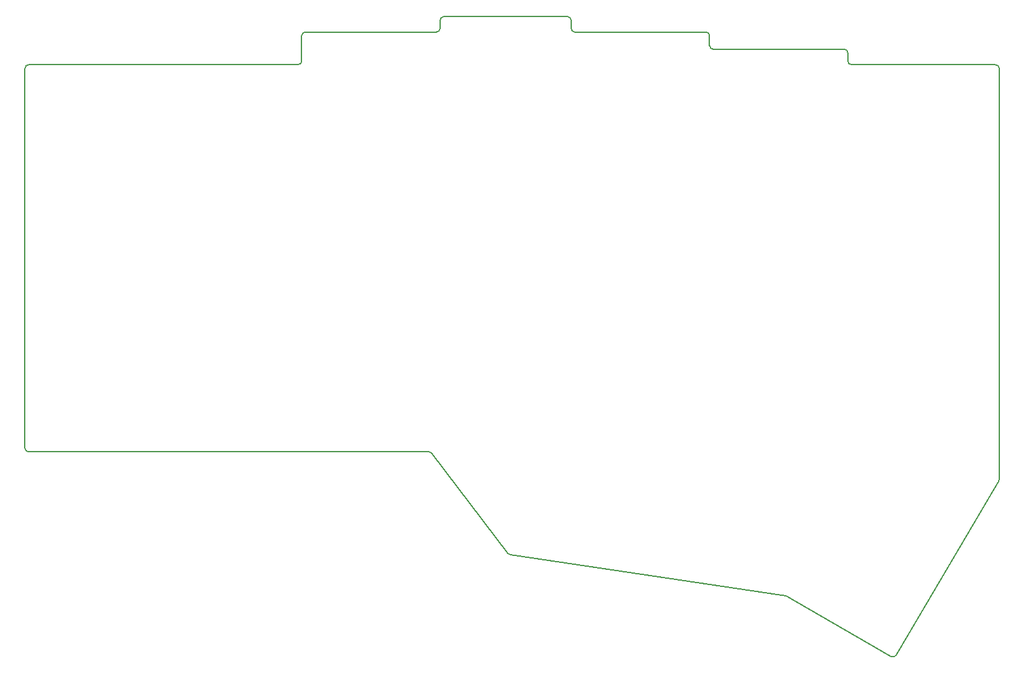
<source format=gm1>
G04 #@! TF.GenerationSoftware,KiCad,Pcbnew,8.0.8+1*
G04 #@! TF.CreationDate,2025-07-09T06:01:49+00:00*
G04 #@! TF.ProjectId,corney_island_wireless,636f726e-6579-45f6-9973-6c616e645f77,0.2*
G04 #@! TF.SameCoordinates,Original*
G04 #@! TF.FileFunction,Profile,NP*
%FSLAX46Y46*%
G04 Gerber Fmt 4.6, Leading zero omitted, Abs format (unit mm)*
G04 Created by KiCad (PCBNEW 8.0.8+1) date 2025-07-09 06:01:49*
%MOMM*%
%LPD*%
G01*
G04 APERTURE LIST*
G04 #@! TA.AperFunction,Profile*
%ADD10C,0.150000*%
G04 #@! TD*
G04 APERTURE END LIST*
D10*
X91316981Y-108012450D02*
X91315019Y-57202506D01*
X91815006Y-56702486D02*
X127815014Y-56701514D01*
X128315000Y-56201514D02*
X128315000Y-52827500D01*
X128815000Y-52327500D02*
X146315000Y-52327500D01*
X146815000Y-51827500D02*
X146815000Y-50752500D01*
X147315000Y-50252500D02*
X163843000Y-50252500D01*
X164343000Y-50752500D02*
X164343000Y-51827500D01*
X164843000Y-52327500D02*
X182343000Y-52327500D01*
X182843000Y-52827500D02*
X182843000Y-54123122D01*
X183342878Y-54623122D02*
X200837063Y-54627377D01*
X201336905Y-55133401D02*
X201324097Y-56196476D01*
X221253000Y-112909096D02*
X207799933Y-135723804D01*
X207119235Y-135902849D02*
X193184927Y-127857872D01*
X193008466Y-127796322D02*
X156246981Y-122330034D01*
X155921790Y-122137157D02*
X145757574Y-108703349D01*
X145358774Y-108505034D02*
X91817050Y-108512431D01*
X201824060Y-56702500D02*
X221068000Y-56702500D01*
X221568000Y-57202500D02*
X221568000Y-112229525D01*
X221501013Y-112479525D02*
X221253000Y-112909096D01*
X91315019Y-57202506D02*
G75*
G02*
X91815006Y-56702519I499981J6D01*
G01*
X128315000Y-56201514D02*
G75*
G02*
X127815013Y-56701500I-500000J14D01*
G01*
X128315000Y-52827500D02*
G75*
G02*
X128815000Y-52327500I500000J0D01*
G01*
X146815000Y-51827500D02*
G75*
G02*
X146315000Y-52327500I-500000J0D01*
G01*
X146815000Y-50752500D02*
G75*
G02*
X147315000Y-50252500I500000J0D01*
G01*
X163843000Y-50252500D02*
G75*
G02*
X164343000Y-50752500I0J-500000D01*
G01*
X164843000Y-52327500D02*
G75*
G02*
X164343000Y-51827500I0J500000D01*
G01*
X182343000Y-52327500D02*
G75*
G02*
X182843000Y-52827500I0J-500000D01*
G01*
X183342878Y-54623122D02*
G75*
G02*
X182842978Y-54123122I122J500022D01*
G01*
X200837063Y-54627377D02*
G75*
G02*
X201336887Y-55133401I-163J-500023D01*
G01*
X201824060Y-56702500D02*
G75*
G02*
X201324136Y-56196476I40J500000D01*
G01*
X221068000Y-56702500D02*
G75*
G02*
X221568000Y-57202500I0J-500000D01*
G01*
X221568000Y-112229525D02*
G75*
G02*
X221501002Y-112479519I-500000J25D01*
G01*
X207799933Y-135723804D02*
G75*
G02*
X207119217Y-135902879I-430733J254004D01*
G01*
X193008466Y-127796322D02*
G75*
G02*
X193184923Y-127857878I-73566J-494578D01*
G01*
X156246981Y-122330034D02*
G75*
G02*
X155921788Y-122137158I73519J494534D01*
G01*
X145358774Y-108505034D02*
G75*
G02*
X145757536Y-108703378I26J-499966D01*
G01*
X91817050Y-108512431D02*
G75*
G02*
X91316969Y-108012450I-50J500031D01*
G01*
M02*

</source>
